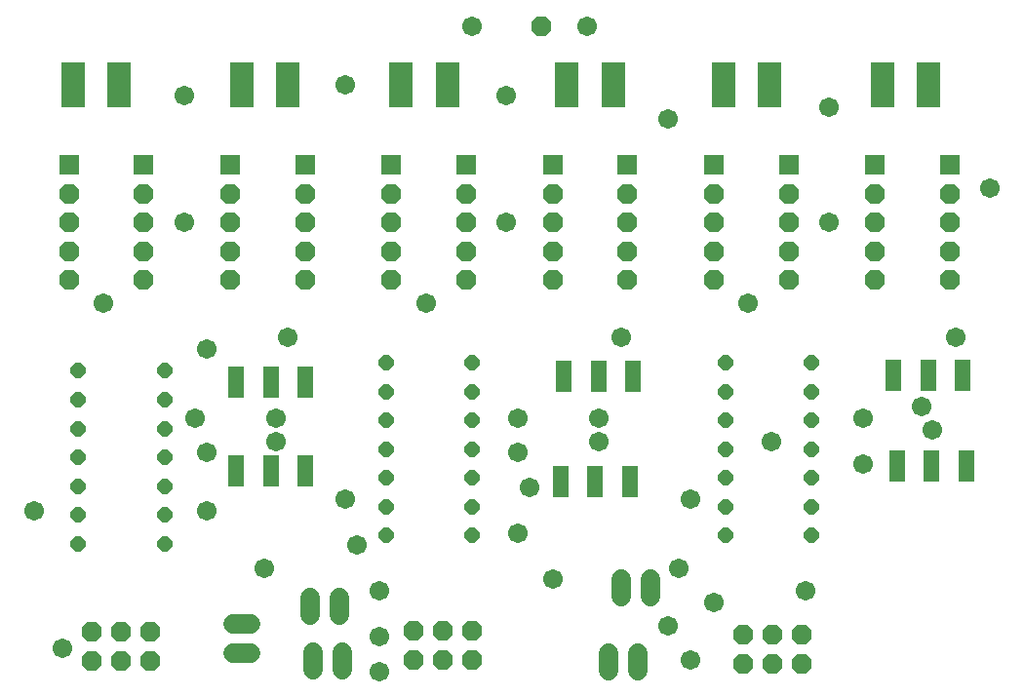
<source format=gbr>
G04 EAGLE Gerber RS-274X export*
G75*
%MOMM*%
%FSLAX34Y34*%
%LPD*%
%INSoldermask Bottom*%
%IPPOS*%
%AMOC8*
5,1,8,0,0,1.08239X$1,22.5*%
G01*
%ADD10C,1.727200*%
%ADD11P,1.869504X8X22.500000*%
%ADD12P,1.419230X8X22.500000*%
%ADD13R,2.133600X4.013200*%
%ADD14R,1.473200X2.743200*%
%ADD15R,1.711200X1.711200*%
%ADD16P,1.852186X8X22.500000*%
%ADD17C,1.703200*%


D10*
X252880Y121600D02*
X268120Y121600D01*
X268120Y96200D02*
X252880Y96200D01*
D11*
X409200Y89900D03*
X409200Y115300D03*
X434600Y89900D03*
X434600Y115300D03*
X460000Y89900D03*
X460000Y115300D03*
X130300Y88900D03*
X130300Y114300D03*
X155700Y88900D03*
X155700Y114300D03*
X181100Y88900D03*
X181100Y114300D03*
D10*
X615100Y144880D02*
X615100Y160120D01*
X589700Y160120D02*
X589700Y144880D01*
X344800Y144620D02*
X344800Y129380D01*
X319400Y129380D02*
X319400Y144620D01*
D11*
X695400Y86900D03*
X695400Y112300D03*
X720800Y86900D03*
X720800Y112300D03*
X746200Y86900D03*
X746200Y112300D03*
D10*
X322300Y97120D02*
X322300Y81880D01*
X347700Y81880D02*
X347700Y97120D01*
X579000Y96120D02*
X579000Y80880D01*
X604400Y80880D02*
X604400Y96120D01*
D12*
X118100Y341100D03*
X193100Y341100D03*
X118100Y316100D03*
X118100Y291100D03*
X118100Y266100D03*
X118100Y241100D03*
X118100Y216100D03*
X118100Y191100D03*
X193100Y316100D03*
X193100Y291100D03*
X193100Y266100D03*
X193100Y241100D03*
X193100Y216100D03*
X193100Y191100D03*
D13*
X816600Y590000D03*
X856600Y590000D03*
X398600Y590000D03*
X438600Y590000D03*
X542600Y590000D03*
X582600Y590000D03*
X113600Y590000D03*
X153600Y590000D03*
X260000Y590000D03*
X300000Y590000D03*
D14*
X285300Y254300D03*
X315300Y254300D03*
X255300Y254300D03*
X285300Y331200D03*
X315300Y331200D03*
X255300Y331200D03*
X567000Y244600D03*
X597000Y244600D03*
X537000Y244600D03*
X570000Y336500D03*
X600000Y336500D03*
X540000Y336500D03*
X859000Y258400D03*
X889000Y258400D03*
X829000Y258400D03*
D15*
X670000Y520000D03*
X735000Y520000D03*
D16*
X670000Y495000D03*
X735000Y495000D03*
X670000Y470000D03*
X735000Y470000D03*
X670000Y445000D03*
X735000Y445000D03*
X670000Y420000D03*
X735000Y420000D03*
D14*
X856000Y337300D03*
X886000Y337300D03*
X826000Y337300D03*
D12*
X679900Y348100D03*
X754900Y348100D03*
X679900Y323100D03*
X679900Y298100D03*
X679900Y273100D03*
X679900Y248100D03*
X679900Y223100D03*
X679900Y198100D03*
X754900Y323100D03*
X754900Y298100D03*
X754900Y273100D03*
X754900Y248100D03*
X754900Y223100D03*
X754900Y198100D03*
D15*
X810000Y520000D03*
X875000Y520000D03*
D16*
X810000Y495000D03*
X875000Y495000D03*
X810000Y470000D03*
X875000Y470000D03*
X810000Y445000D03*
X875000Y445000D03*
X810000Y420000D03*
X875000Y420000D03*
D15*
X390000Y520000D03*
X455000Y520000D03*
D16*
X390000Y495000D03*
X455000Y495000D03*
X390000Y470000D03*
X455000Y470000D03*
X390000Y445000D03*
X455000Y445000D03*
X390000Y420000D03*
X455000Y420000D03*
D15*
X530000Y520000D03*
X595000Y520000D03*
D16*
X530000Y495000D03*
X595000Y495000D03*
X530000Y470000D03*
X595000Y470000D03*
X530000Y445000D03*
X595000Y445000D03*
X530000Y420000D03*
X595000Y420000D03*
D15*
X110000Y520000D03*
X175000Y520000D03*
D16*
X110000Y495000D03*
X175000Y495000D03*
X110000Y470000D03*
X175000Y470000D03*
X110000Y445000D03*
X175000Y445000D03*
X110000Y420000D03*
X175000Y420000D03*
D15*
X250000Y520000D03*
X315000Y520000D03*
D16*
X250000Y495000D03*
X315000Y495000D03*
X250000Y470000D03*
X315000Y470000D03*
X250000Y445000D03*
X315000Y445000D03*
X250000Y420000D03*
X315000Y420000D03*
D12*
X385500Y348100D03*
X460500Y348100D03*
X385500Y323100D03*
X385500Y298100D03*
X385500Y273100D03*
X385500Y248100D03*
X385500Y223100D03*
X385500Y198100D03*
X460500Y323100D03*
X460500Y298100D03*
X460500Y273100D03*
X460500Y248100D03*
X460500Y223100D03*
X460500Y198100D03*
D13*
X678600Y590000D03*
X718600Y590000D03*
D11*
X520000Y640000D03*
D17*
X380000Y80000D03*
X104104Y100000D03*
X650000Y90000D03*
X510000Y240000D03*
X230000Y360000D03*
X720000Y280000D03*
X140000Y400000D03*
X420000Y400000D03*
X700000Y400000D03*
X590000Y370000D03*
X300000Y370000D03*
X880000Y370000D03*
X380000Y110000D03*
X360000Y190000D03*
X380000Y150000D03*
X500000Y200000D03*
X530000Y160000D03*
X230000Y220000D03*
X280000Y170000D03*
X640000Y170000D03*
X630000Y120000D03*
X670000Y140000D03*
X750000Y150000D03*
X770000Y470000D03*
X650000Y230000D03*
X490000Y470000D03*
X350000Y230000D03*
X210000Y470000D03*
X80000Y220000D03*
X630000Y560000D03*
X560000Y640000D03*
X770000Y570000D03*
X910000Y500000D03*
X490000Y580000D03*
X460000Y640000D03*
X350000Y590000D03*
X210000Y580000D03*
X850000Y310000D03*
X800000Y300000D03*
X860000Y290000D03*
X800000Y260000D03*
X570000Y300000D03*
X500000Y300000D03*
X570000Y280000D03*
X500000Y270000D03*
X290000Y300000D03*
X220000Y300000D03*
X290000Y280000D03*
X230000Y270000D03*
M02*

</source>
